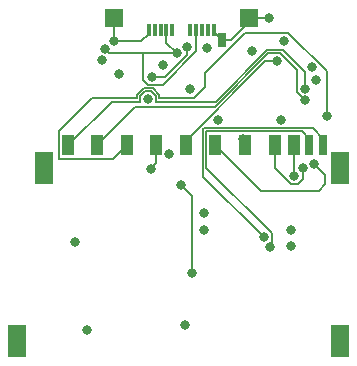
<source format=gbl>
%TF.GenerationSoftware,KiCad,Pcbnew,8.0.7-1.fc41*%
%TF.CreationDate,2025-01-19T14:43:59-06:00*%
%TF.ProjectId,Expansion_Card,45787061-6e73-4696-9f6e-5f436172642e,X1*%
%TF.SameCoordinates,Original*%
%TF.FileFunction,Copper,L4,Bot*%
%TF.FilePolarity,Positive*%
%FSLAX46Y46*%
G04 Gerber Fmt 4.6, Leading zero omitted, Abs format (unit mm)*
G04 Created by KiCad (PCBNEW 8.0.7-1.fc41) date 2025-01-19 14:43:59*
%MOMM*%
%LPD*%
G01*
G04 APERTURE LIST*
%TA.AperFunction,SMDPad,CuDef*%
%ADD10R,0.380000X1.000000*%
%TD*%
%TA.AperFunction,SMDPad,CuDef*%
%ADD11R,0.700000X1.150000*%
%TD*%
%TA.AperFunction,SMDPad,CuDef*%
%ADD12R,1.500000X1.500000*%
%TD*%
%TA.AperFunction,SMDPad,CuDef*%
%ADD13R,1.000000X1.800000*%
%TD*%
%TA.AperFunction,SMDPad,CuDef*%
%ADD14R,0.700000X1.800000*%
%TD*%
%TA.AperFunction,SMDPad,CuDef*%
%ADD15R,1.500000X2.800000*%
%TD*%
%TA.AperFunction,ViaPad*%
%ADD16C,0.800000*%
%TD*%
%TA.AperFunction,Conductor*%
%ADD17C,0.152400*%
%TD*%
G04 APERTURE END LIST*
D10*
%TO.P,P1,B1,GND*%
%TO.N,GND*%
X142750000Y-129040000D03*
%TO.P,P1,B2*%
%TO.N,N/C*%
X142250000Y-129040000D03*
%TO.P,P1,B3*%
X141750000Y-129040000D03*
%TO.P,P1,B4,VBUS*%
%TO.N,VBUS*%
X141250000Y-129040000D03*
%TO.P,P1,B5,VCONN*%
%TO.N,unconnected-(P1-VCONN-PadB5)*%
X140750000Y-129040000D03*
%TO.P,P1,B8*%
%TO.N,N/C*%
X139250000Y-129040000D03*
%TO.P,P1,B9,VBUS*%
%TO.N,VBUS*%
X138750000Y-129040000D03*
%TO.P,P1,B10*%
%TO.N,N/C*%
X138250000Y-129040000D03*
%TO.P,P1,B11*%
X137750000Y-129040000D03*
%TO.P,P1,B12,GND*%
%TO.N,GND*%
X137250000Y-129040000D03*
D11*
%TO.P,P1,S1,SHIELD*%
X143420000Y-129880000D03*
%TD*%
D12*
%TO.P,TP2,1,1*%
%TO.N,GND*%
X134300000Y-128000000D03*
%TD*%
%TO.P,TP4,1,1*%
%TO.N,GND*%
X145700000Y-128000000D03*
%TD*%
D13*
%TO.P,J2,1,CD/DAT3*%
%TO.N,/SD1_D3*%
X132900000Y-138800000D03*
%TO.P,J2,2,CMD*%
%TO.N,Net-(J2-CMD)*%
X135400000Y-138800000D03*
%TO.P,J2,3,VSS*%
%TO.N,GND*%
X137900000Y-138800000D03*
%TO.P,J2,4,VDD*%
%TO.N,Net-(J2-VDD)*%
X140400000Y-138800000D03*
%TO.P,J2,5,CLK*%
%TO.N,Net-(J2-CLK)*%
X142900000Y-138800000D03*
%TO.P,J2,6,VSS*%
%TO.N,GND*%
X145400000Y-138800000D03*
%TO.P,J2,7,DAT0*%
%TO.N,Net-(J2-DAT0)*%
X147900000Y-138800000D03*
%TO.P,J2,8,DAT1*%
%TO.N,Net-(J2-DAT1)*%
X149530000Y-138800000D03*
%TO.P,J2,9,DAT2*%
%TO.N,/SD1_D2*%
X130400000Y-138800000D03*
D14*
%TO.P,J2,10,CARD_DETECT*%
%TO.N,/SD1_CD*%
X150830000Y-138800000D03*
%TO.P,J2,11,WRITE_PROTECT*%
%TO.N,/SD1_WP*%
X152030000Y-138800000D03*
D15*
%TO.P,J2,G1*%
%TO.N,N/C*%
X153425000Y-140750000D03*
%TO.P,J2,G2*%
X128355000Y-140750000D03*
%TO.P,J2,G3*%
X153425000Y-155350000D03*
%TO.P,J2,G4*%
X126125000Y-155350000D03*
%TD*%
D16*
%TO.N,GND*%
X148437471Y-136668200D03*
X147400000Y-128000000D03*
X145200000Y-138300000D03*
X148673340Y-129949207D03*
X133300000Y-131600000D03*
X134300000Y-130000000D03*
X142200000Y-130576200D03*
X131000000Y-147000000D03*
X132000000Y-154400000D03*
X151400000Y-133300000D03*
X138472492Y-132016200D03*
X137200000Y-134900000D03*
X140300000Y-154000000D03*
X137400000Y-140800000D03*
X149300000Y-147300000D03*
X143088090Y-136668200D03*
X141900000Y-146000000D03*
%TO.N,+3V3*%
X140718540Y-134047144D03*
X139000002Y-139500000D03*
X151040960Y-132194280D03*
X134700000Y-132800000D03*
X141900000Y-144500000D03*
X149309999Y-146007142D03*
X146000000Y-130800000D03*
%TO.N,VBUS*%
X133518749Y-130624216D03*
X139600000Y-131000000D03*
%TO.N,Net-(J2-VDD)*%
X148100000Y-131700000D03*
%TO.N,/SD1_WP*%
X146973278Y-146573278D03*
%TO.N,Net-(J2-CMD)*%
X152300000Y-136300000D03*
%TO.N,Net-(J2-DAT0)*%
X150300000Y-140700000D03*
%TO.N,Net-(J2-CLK)*%
X151248685Y-140383772D03*
%TO.N,/SD1_D2*%
X150500000Y-134000000D03*
%TO.N,/SD1_CD*%
X147510610Y-147416652D03*
%TO.N,/SD1_D3*%
X150500000Y-135000000D03*
%TO.N,Net-(J2-DAT1)*%
X149578146Y-141421854D03*
%TO.N,/USB_DN*%
X140457761Y-130485947D03*
X137532509Y-132988800D03*
%TO.N,Net-(J1-DET_B)*%
X139998630Y-142198631D03*
X140871854Y-149571854D03*
%TD*%
D17*
%TO.N,GND*%
X137900000Y-140300000D02*
X137400000Y-140800000D01*
X142750000Y-129210000D02*
X143420000Y-129880000D01*
X142750000Y-129040000D02*
X142750000Y-129210000D01*
X144179286Y-129880000D02*
X145700000Y-128359286D01*
X137250000Y-129040000D02*
X137250000Y-129350000D01*
X145400000Y-138800000D02*
X145400000Y-138500000D01*
X145700000Y-128000000D02*
X147400000Y-128000000D01*
X137250000Y-129350000D02*
X136600000Y-130000000D01*
X136600000Y-130000000D02*
X134300000Y-130000000D01*
X145700000Y-128359286D02*
X145700000Y-128000000D01*
X137900000Y-138800000D02*
X137900000Y-140300000D01*
X145400000Y-138500000D02*
X145200000Y-138300000D01*
X143420000Y-129880000D02*
X144179286Y-129880000D01*
X134300000Y-128000000D02*
X134300000Y-130000000D01*
%TO.N,VBUS*%
X136800000Y-131000000D02*
X133894533Y-131000000D01*
X137165000Y-133665000D02*
X136795654Y-133295654D01*
X136795654Y-133295654D02*
X136795654Y-131004346D01*
X141250000Y-129040000D02*
X141250000Y-130845132D01*
X136795654Y-131004346D02*
X136800000Y-131000000D01*
X139600000Y-131000000D02*
X136800000Y-131000000D01*
X138750000Y-130150000D02*
X139600000Y-131000000D01*
X138430132Y-133665000D02*
X137165000Y-133665000D01*
X133894533Y-131000000D02*
X133518749Y-130624216D01*
X141250000Y-130845132D02*
X138430132Y-133665000D01*
X138750000Y-129040000D02*
X138750000Y-130150000D01*
%TO.N,Net-(J2-VDD)*%
X140400000Y-138400000D02*
X147100000Y-131700000D01*
X140400000Y-138800000D02*
X140400000Y-138400000D01*
X147100000Y-131700000D02*
X148100000Y-131700000D01*
%TO.N,/SD1_WP*%
X141931800Y-137344400D02*
X141844400Y-137431800D01*
X141844400Y-141444400D02*
X146973278Y-146573278D01*
X141844400Y-137431800D02*
X141844400Y-141444400D01*
X152030000Y-138800000D02*
X152030000Y-138250000D01*
X152030000Y-138250000D02*
X151124400Y-137344400D01*
X151124400Y-137344400D02*
X141931800Y-137344400D01*
%TO.N,Net-(J2-CMD)*%
X129623800Y-139976200D02*
X129647600Y-140000000D01*
X145426993Y-129273007D02*
X142004346Y-132695654D01*
X134200000Y-140000000D02*
X135400000Y-138800000D01*
X142004346Y-132695654D02*
X142004346Y-133895654D01*
X138155600Y-134504176D02*
X137595824Y-133944400D01*
X142004346Y-133895654D02*
X141079400Y-134820600D01*
X138155600Y-134820600D02*
X138155600Y-134504176D01*
X136244400Y-134504176D02*
X136244400Y-134820600D01*
X152300000Y-132497028D02*
X149075979Y-129273007D01*
X137595824Y-133944400D02*
X136804176Y-133944400D01*
X129647600Y-140000000D02*
X134200000Y-140000000D01*
X129623800Y-137623800D02*
X129623800Y-139976200D01*
X152300000Y-136300000D02*
X152300000Y-132497028D01*
X141079400Y-134820600D02*
X138155600Y-134820600D01*
X132427000Y-134820600D02*
X129623800Y-137623800D01*
X136244400Y-134820600D02*
X132427000Y-134820600D01*
X149075979Y-129273007D02*
X145426993Y-129273007D01*
X136804176Y-133944400D02*
X136244400Y-134504176D01*
%TO.N,Net-(J2-DAT0)*%
X147900000Y-140700000D02*
X149298054Y-142098054D01*
X150300000Y-141694800D02*
X150300000Y-140700000D01*
X149896746Y-142098054D02*
X150300000Y-141694800D01*
X149298054Y-142098054D02*
X149896746Y-142098054D01*
X147900000Y-138800000D02*
X147900000Y-140700000D01*
%TO.N,Net-(J2-CLK)*%
X146730200Y-142630200D02*
X142900000Y-138800000D01*
X151248685Y-140383772D02*
X152155200Y-141290287D01*
X152155200Y-142114591D02*
X151639591Y-142630200D01*
X152155200Y-141290287D02*
X152155200Y-142114591D01*
X151639591Y-142630200D02*
X146730200Y-142630200D01*
%TO.N,/SD1_D2*%
X137480092Y-134223800D02*
X137876200Y-134619908D01*
X150500000Y-132600000D02*
X150500000Y-134000000D01*
X137876200Y-135100000D02*
X142909736Y-135100000D01*
X134100000Y-135100000D02*
X136523800Y-135100000D01*
X136523800Y-135100000D02*
X136523800Y-134619908D01*
X147265336Y-130744400D02*
X148644400Y-130744400D01*
X130400000Y-138800000D02*
X134100000Y-135100000D01*
X137876200Y-134619908D02*
X137876200Y-135100000D01*
X136919908Y-134223800D02*
X137480092Y-134223800D01*
X148644400Y-130744400D02*
X150500000Y-132600000D01*
X136523800Y-134619908D02*
X136919908Y-134223800D01*
X142909736Y-135100000D02*
X147265336Y-130744400D01*
%TO.N,/SD1_CD*%
X142123800Y-137623800D02*
X142123800Y-140723800D01*
X142123800Y-140723800D02*
X147649478Y-146249478D01*
X150830000Y-138800000D02*
X150830000Y-138250000D01*
X147649478Y-147277784D02*
X147510610Y-147416652D01*
X147649478Y-146249478D02*
X147649478Y-147277784D01*
X150203800Y-137623800D02*
X142123800Y-137623800D01*
X150830000Y-138250000D02*
X150203800Y-137623800D01*
%TO.N,/SD1_D3*%
X132900000Y-138800000D02*
X136123800Y-135576200D01*
X147381068Y-131023800D02*
X148380092Y-131023800D01*
X149823800Y-132467508D02*
X149823800Y-134323800D01*
X148380092Y-131023800D02*
X149823800Y-132467508D01*
X142828668Y-135576200D02*
X147381068Y-131023800D01*
X149823800Y-134323800D02*
X150500000Y-135000000D01*
X136123800Y-135576200D02*
X142828668Y-135576200D01*
%TO.N,Net-(J2-DAT1)*%
X149530000Y-141373708D02*
X149578146Y-141421854D01*
X149530000Y-138800000D02*
X149530000Y-141373708D01*
%TO.N,/USB_DN*%
X137532509Y-132988800D02*
X138611200Y-132988800D01*
X138611200Y-132988800D02*
X140457761Y-131142239D01*
X140457761Y-131142239D02*
X140457761Y-130485947D01*
%TO.N,Net-(J1-DET_B)*%
X140871854Y-143071855D02*
X139998630Y-142198631D01*
X140871854Y-149571854D02*
X140871854Y-143071855D01*
%TD*%
M02*

</source>
